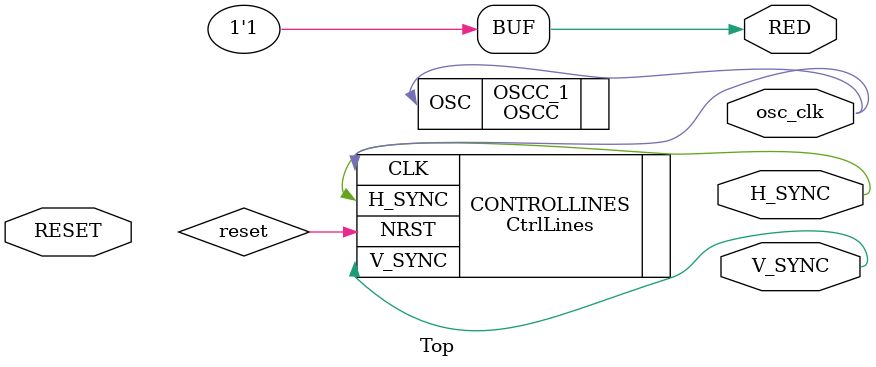
<source format=v>
/***********************************************************
 * @author		Jon Hourany
 * @date		3/09/13
 * @class		EECE 444
 *
 * @file		ctrl_lines.v
 * @proj		Video Card
 ************************************************************/
module Top(RESET, H_SYNC, V_SYNC, RED, osc_clk);
	input  wire RESET;
	output wire H_SYNC;
	output wire V_SYNC;
	output wire RED;
	output wire osc_clk;
	//output reg  BLUE;	//output reg  GREEN;
	//output wire CLK_OUT;
	
	//event reset_trigger; 
     //event  reset_done_trigger; 
       
     //initial begin 
       //forever begin 
         //@ (reset_trigger); 
         //@ (negedge clk); 
         //reset = 0; 
         //@ (negedge clk); 
         //reset = 1; 
         //-> reset_done_trigger; 
       //end 
     //end
	 
	 //reg clk, reset;
	 //initial begin
		 //#1 reset 	= 0;
		 //#1 clk 	= 0;
		 //#2 reset 	= 1;
	 //end
	 
	 //always #1 clk = ~clk;
	//wire clk; 

	OSCC OSCC_1 (.OSC(osc_clk));
	CtrlLines CONTROLLINES(.NRST(reset), .CLK(osc_clk), .H_SYNC(H_SYNC), .V_SYNC(V_SYNC));
	
	assign RED = 1; 

	
endmodule 

</source>
